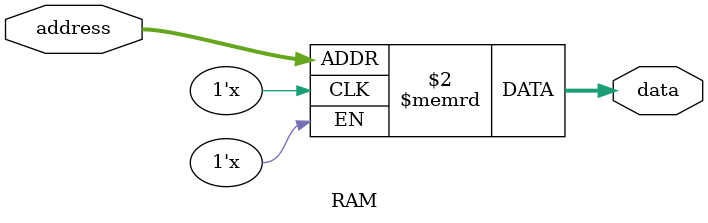
<source format=v>
module RAM (
    input wire [15:0] address, // 16-bit address line
    output reg [7:0] data     // 8-bit data output
);

    // Declare the RAM content
    reg [7:0] memory [65535:0];

    // Initialize the RAM with data
    initial begin
        //$readmemh("sine_wave.hex", memory); // Load data from a hex file
    end

    // Read operation
    always @(address) begin
        data <= memory[address];
    end

endmodule
</source>
